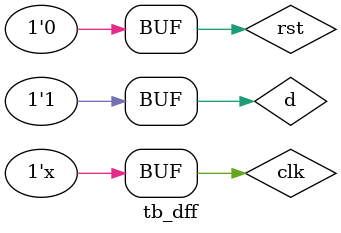
<source format=v>
`timescale 1ns / 1ps


module tb_dff( );
reg clk,rst,d;
wire q,qbar;
d_ff d1(clk,rst,d,q,qbar );
always #20 clk=~clk;
initial clk=0;
initial
begin
rst=1'b1;d=1'b0;#40;
rst=1'b1;d=1'b1;#40;
rst=1'b0;d=1'b0;#40;
rst=1'b0;d=1'b1;#40;
end

endmodule

</source>
